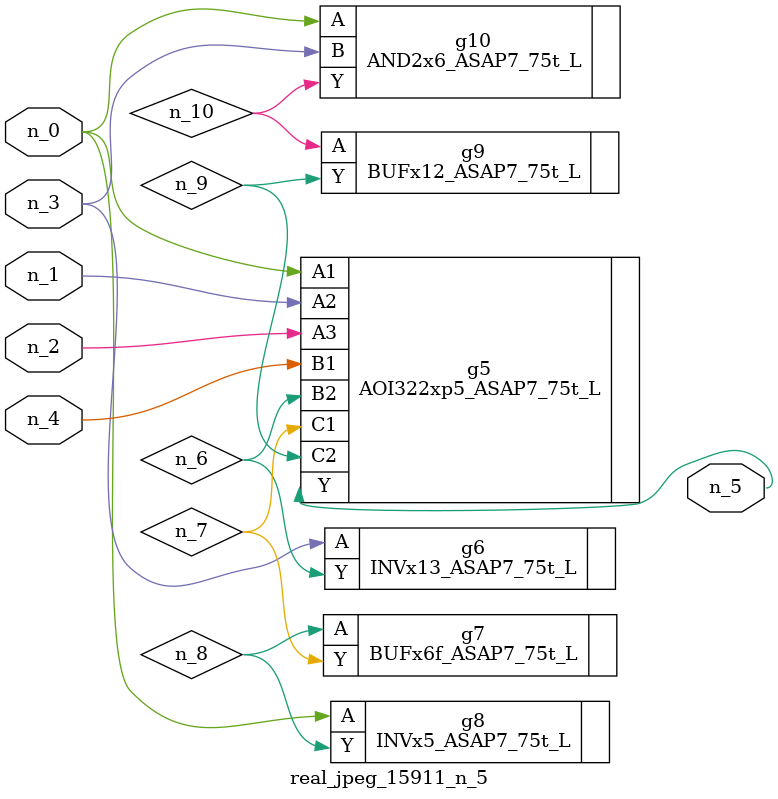
<source format=v>
module real_jpeg_15911_n_5 (n_4, n_0, n_1, n_2, n_3, n_5);

input n_4;
input n_0;
input n_1;
input n_2;
input n_3;

output n_5;

wire n_8;
wire n_6;
wire n_7;
wire n_10;
wire n_9;

AOI322xp5_ASAP7_75t_L g5 ( 
.A1(n_0),
.A2(n_1),
.A3(n_2),
.B1(n_4),
.B2(n_6),
.C1(n_7),
.C2(n_9),
.Y(n_5)
);

INVx5_ASAP7_75t_L g8 ( 
.A(n_0),
.Y(n_8)
);

AND2x6_ASAP7_75t_L g10 ( 
.A(n_0),
.B(n_3),
.Y(n_10)
);

INVx13_ASAP7_75t_L g6 ( 
.A(n_3),
.Y(n_6)
);

BUFx6f_ASAP7_75t_L g7 ( 
.A(n_8),
.Y(n_7)
);

BUFx12_ASAP7_75t_L g9 ( 
.A(n_10),
.Y(n_9)
);


endmodule
</source>
